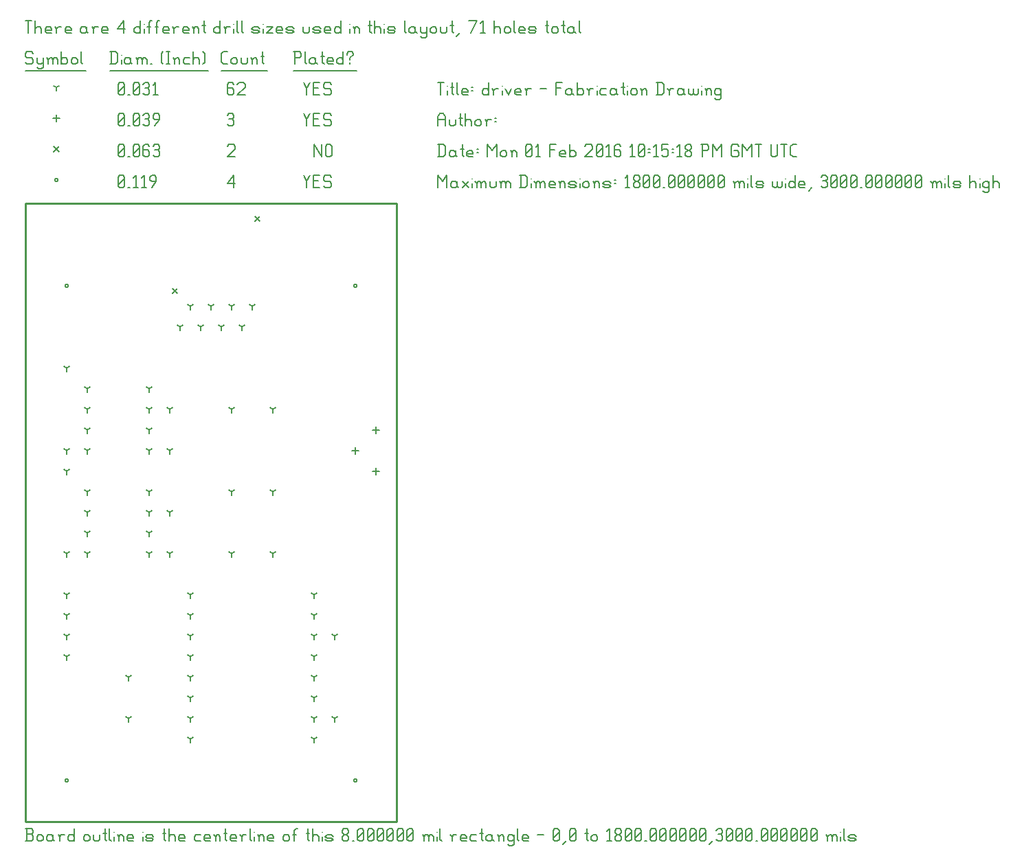
<source format=gbr>
G04 start of page 10 for group -3984 idx -3984 *
G04 Title: driver, fab *
G04 Creator: pcb 20140316 *
G04 CreationDate: Mon 01 Feb 2016 10:15:18 PM GMT UTC *
G04 For: veox *
G04 Format: Gerber/RS-274X *
G04 PCB-Dimensions (mil): 1800.00 3000.00 *
G04 PCB-Coordinate-Origin: lower left *
%MOIN*%
%FSLAX25Y25*%
%LNFAB*%
%ADD53C,0.0100*%
%ADD52C,0.0075*%
%ADD51C,0.0060*%
%ADD50C,0.0080*%
G54D50*X159200Y260000D02*G75*G03X160800Y260000I800J0D01*G01*
G75*G03X159200Y260000I-800J0D01*G01*
X19200D02*G75*G03X20800Y260000I800J0D01*G01*
G75*G03X19200Y260000I-800J0D01*G01*
Y20000D02*G75*G03X20800Y20000I800J0D01*G01*
G75*G03X19200Y20000I-800J0D01*G01*
X159200D02*G75*G03X160800Y20000I800J0D01*G01*
G75*G03X159200Y20000I-800J0D01*G01*
X14200Y311250D02*G75*G03X15800Y311250I800J0D01*G01*
G75*G03X14200Y311250I-800J0D01*G01*
G54D51*X135000Y313500D02*X136500Y310500D01*
X138000Y313500D01*
X136500Y310500D02*Y307500D01*
X139800Y310800D02*X142050D01*
X139800Y307500D02*X142800D01*
X139800Y313500D02*Y307500D01*
Y313500D02*X142800D01*
X147600D02*X148350Y312750D01*
X145350Y313500D02*X147600D01*
X144600Y312750D02*X145350Y313500D01*
X144600Y312750D02*Y311250D01*
X145350Y310500D01*
X147600D01*
X148350Y309750D01*
Y308250D01*
X147600Y307500D02*X148350Y308250D01*
X145350Y307500D02*X147600D01*
X144600Y308250D02*X145350Y307500D01*
X98000Y309750D02*X101000Y313500D01*
X98000Y309750D02*X101750D01*
X101000Y313500D02*Y307500D01*
X45000Y308250D02*X45750Y307500D01*
X45000Y312750D02*Y308250D01*
Y312750D02*X45750Y313500D01*
X47250D01*
X48000Y312750D01*
Y308250D01*
X47250Y307500D02*X48000Y308250D01*
X45750Y307500D02*X47250D01*
X45000Y309000D02*X48000Y312000D01*
X49800Y307500D02*X50550D01*
X52350Y312300D02*X53550Y313500D01*
Y307500D01*
X52350D02*X54600D01*
X56400Y312300D02*X57600Y313500D01*
Y307500D01*
X56400D02*X58650D01*
X61200D02*X63450Y310500D01*
Y312750D02*Y310500D01*
X62700Y313500D02*X63450Y312750D01*
X61200Y313500D02*X62700D01*
X60450Y312750D02*X61200Y313500D01*
X60450Y312750D02*Y311250D01*
X61200Y310500D01*
X63450D01*
X111300Y293700D02*X113700Y291300D01*
X111300D02*X113700Y293700D01*
X71300Y258700D02*X73700Y256300D01*
X71300D02*X73700Y258700D01*
X13800Y327450D02*X16200Y325050D01*
X13800D02*X16200Y327450D01*
X140000Y328500D02*Y322500D01*
Y328500D02*X143750Y322500D01*
Y328500D02*Y322500D01*
X145550Y327750D02*Y323250D01*
Y327750D02*X146300Y328500D01*
X147800D01*
X148550Y327750D01*
Y323250D01*
X147800Y322500D02*X148550Y323250D01*
X146300Y322500D02*X147800D01*
X145550Y323250D02*X146300Y322500D01*
X98000Y327750D02*X98750Y328500D01*
X101000D01*
X101750Y327750D01*
Y326250D01*
X98000Y322500D02*X101750Y326250D01*
X98000Y322500D02*X101750D01*
X45000Y323250D02*X45750Y322500D01*
X45000Y327750D02*Y323250D01*
Y327750D02*X45750Y328500D01*
X47250D01*
X48000Y327750D01*
Y323250D01*
X47250Y322500D02*X48000Y323250D01*
X45750Y322500D02*X47250D01*
X45000Y324000D02*X48000Y327000D01*
X49800Y322500D02*X50550D01*
X52350Y323250D02*X53100Y322500D01*
X52350Y327750D02*Y323250D01*
Y327750D02*X53100Y328500D01*
X54600D01*
X55350Y327750D01*
Y323250D01*
X54600Y322500D02*X55350Y323250D01*
X53100Y322500D02*X54600D01*
X52350Y324000D02*X55350Y327000D01*
X59400Y328500D02*X60150Y327750D01*
X57900Y328500D02*X59400D01*
X57150Y327750D02*X57900Y328500D01*
X57150Y327750D02*Y323250D01*
X57900Y322500D01*
X59400Y325800D02*X60150Y325050D01*
X57150Y325800D02*X59400D01*
X57900Y322500D02*X59400D01*
X60150Y323250D01*
Y325050D02*Y323250D01*
X61950Y327750D02*X62700Y328500D01*
X64200D01*
X64950Y327750D01*
X64200Y322500D02*X64950Y323250D01*
X62700Y322500D02*X64200D01*
X61950Y323250D02*X62700Y322500D01*
Y325800D02*X64200D01*
X64950Y327750D02*Y326550D01*
Y325050D02*Y323250D01*
Y325050D02*X64200Y325800D01*
X64950Y326550D02*X64200Y325800D01*
X170000Y191600D02*Y188400D01*
X168400Y190000D02*X171600D01*
X160000Y181600D02*Y178400D01*
X158400Y180000D02*X161600D01*
X170000Y171600D02*Y168400D01*
X168400Y170000D02*X171600D01*
X15000Y342850D02*Y339650D01*
X13400Y341250D02*X16600D01*
X135000Y343500D02*X136500Y340500D01*
X138000Y343500D01*
X136500Y340500D02*Y337500D01*
X139800Y340800D02*X142050D01*
X139800Y337500D02*X142800D01*
X139800Y343500D02*Y337500D01*
Y343500D02*X142800D01*
X147600D02*X148350Y342750D01*
X145350Y343500D02*X147600D01*
X144600Y342750D02*X145350Y343500D01*
X144600Y342750D02*Y341250D01*
X145350Y340500D01*
X147600D01*
X148350Y339750D01*
Y338250D01*
X147600Y337500D02*X148350Y338250D01*
X145350Y337500D02*X147600D01*
X144600Y338250D02*X145350Y337500D01*
X98000Y342750D02*X98750Y343500D01*
X100250D01*
X101000Y342750D01*
X100250Y337500D02*X101000Y338250D01*
X98750Y337500D02*X100250D01*
X98000Y338250D02*X98750Y337500D01*
Y340800D02*X100250D01*
X101000Y342750D02*Y341550D01*
Y340050D02*Y338250D01*
Y340050D02*X100250Y340800D01*
X101000Y341550D02*X100250Y340800D01*
X45000Y338250D02*X45750Y337500D01*
X45000Y342750D02*Y338250D01*
Y342750D02*X45750Y343500D01*
X47250D01*
X48000Y342750D01*
Y338250D01*
X47250Y337500D02*X48000Y338250D01*
X45750Y337500D02*X47250D01*
X45000Y339000D02*X48000Y342000D01*
X49800Y337500D02*X50550D01*
X52350Y338250D02*X53100Y337500D01*
X52350Y342750D02*Y338250D01*
Y342750D02*X53100Y343500D01*
X54600D01*
X55350Y342750D01*
Y338250D01*
X54600Y337500D02*X55350Y338250D01*
X53100Y337500D02*X54600D01*
X52350Y339000D02*X55350Y342000D01*
X57150Y342750D02*X57900Y343500D01*
X59400D01*
X60150Y342750D01*
X59400Y337500D02*X60150Y338250D01*
X57900Y337500D02*X59400D01*
X57150Y338250D02*X57900Y337500D01*
Y340800D02*X59400D01*
X60150Y342750D02*Y341550D01*
Y340050D02*Y338250D01*
Y340050D02*X59400Y340800D01*
X60150Y341550D02*X59400Y340800D01*
X62700Y337500D02*X64950Y340500D01*
Y342750D02*Y340500D01*
X64200Y343500D02*X64950Y342750D01*
X62700Y343500D02*X64200D01*
X61950Y342750D02*X62700Y343500D01*
X61950Y342750D02*Y341250D01*
X62700Y340500D01*
X64950D01*
X110000Y250000D02*Y248400D01*
Y250000D02*X111387Y250800D01*
X110000Y250000D02*X108613Y250800D01*
X105000Y240000D02*Y238400D01*
Y240000D02*X106387Y240800D01*
X105000Y240000D02*X103613Y240800D01*
X100000Y250000D02*Y248400D01*
Y250000D02*X101387Y250800D01*
X100000Y250000D02*X98613Y250800D01*
X95000Y240000D02*Y238400D01*
Y240000D02*X96387Y240800D01*
X95000Y240000D02*X93613Y240800D01*
X90000Y250000D02*Y248400D01*
Y250000D02*X91387Y250800D01*
X90000Y250000D02*X88613Y250800D01*
X85000Y240000D02*Y238400D01*
Y240000D02*X86387Y240800D01*
X85000Y240000D02*X83613Y240800D01*
X80000Y250000D02*Y248400D01*
Y250000D02*X81387Y250800D01*
X80000Y250000D02*X78613Y250800D01*
X75000Y240000D02*Y238400D01*
Y240000D02*X76387Y240800D01*
X75000Y240000D02*X73613Y240800D01*
X120000Y200000D02*Y198400D01*
Y200000D02*X121387Y200800D01*
X120000Y200000D02*X118613Y200800D01*
X100000Y200000D02*Y198400D01*
Y200000D02*X101387Y200800D01*
X100000Y200000D02*X98613Y200800D01*
X120000Y160000D02*Y158400D01*
Y160000D02*X121387Y160800D01*
X120000Y160000D02*X118613Y160800D01*
X100000Y160000D02*Y158400D01*
Y160000D02*X101387Y160800D01*
X100000Y160000D02*X98613Y160800D01*
X100000Y130000D02*Y128400D01*
Y130000D02*X101387Y130800D01*
X100000Y130000D02*X98613Y130800D01*
X120000Y130000D02*Y128400D01*
Y130000D02*X121387Y130800D01*
X120000Y130000D02*X118613Y130800D01*
X70000Y180000D02*Y178400D01*
Y180000D02*X71387Y180800D01*
X70000Y180000D02*X68613Y180800D01*
X70000Y200000D02*Y198400D01*
Y200000D02*X71387Y200800D01*
X70000Y200000D02*X68613Y200800D01*
X30000Y210000D02*Y208400D01*
Y210000D02*X31387Y210800D01*
X30000Y210000D02*X28613Y210800D01*
X30000Y200000D02*Y198400D01*
Y200000D02*X31387Y200800D01*
X30000Y200000D02*X28613Y200800D01*
X30000Y190000D02*Y188400D01*
Y190000D02*X31387Y190800D01*
X30000Y190000D02*X28613Y190800D01*
X30000Y180000D02*Y178400D01*
Y180000D02*X31387Y180800D01*
X30000Y180000D02*X28613Y180800D01*
X60000Y180000D02*Y178400D01*
Y180000D02*X61387Y180800D01*
X60000Y180000D02*X58613Y180800D01*
X60000Y190000D02*Y188400D01*
Y190000D02*X61387Y190800D01*
X60000Y190000D02*X58613Y190800D01*
X60000Y200000D02*Y198400D01*
Y200000D02*X61387Y200800D01*
X60000Y200000D02*X58613Y200800D01*
X60000Y210000D02*Y208400D01*
Y210000D02*X61387Y210800D01*
X60000Y210000D02*X58613Y210800D01*
X80000Y110000D02*Y108400D01*
Y110000D02*X81387Y110800D01*
X80000Y110000D02*X78613Y110800D01*
X80000Y100000D02*Y98400D01*
Y100000D02*X81387Y100800D01*
X80000Y100000D02*X78613Y100800D01*
X80000Y90000D02*Y88400D01*
Y90000D02*X81387Y90800D01*
X80000Y90000D02*X78613Y90800D01*
X80000Y80000D02*Y78400D01*
Y80000D02*X81387Y80800D01*
X80000Y80000D02*X78613Y80800D01*
X80000Y70000D02*Y68400D01*
Y70000D02*X81387Y70800D01*
X80000Y70000D02*X78613Y70800D01*
X80000Y60000D02*Y58400D01*
Y60000D02*X81387Y60800D01*
X80000Y60000D02*X78613Y60800D01*
X80000Y50000D02*Y48400D01*
Y50000D02*X81387Y50800D01*
X80000Y50000D02*X78613Y50800D01*
X80000Y40000D02*Y38400D01*
Y40000D02*X81387Y40800D01*
X80000Y40000D02*X78613Y40800D01*
X140000Y40000D02*Y38400D01*
Y40000D02*X141387Y40800D01*
X140000Y40000D02*X138613Y40800D01*
X140000Y50000D02*Y48400D01*
Y50000D02*X141387Y50800D01*
X140000Y50000D02*X138613Y50800D01*
X140000Y60000D02*Y58400D01*
Y60000D02*X141387Y60800D01*
X140000Y60000D02*X138613Y60800D01*
X140000Y70000D02*Y68400D01*
Y70000D02*X141387Y70800D01*
X140000Y70000D02*X138613Y70800D01*
X140000Y80000D02*Y78400D01*
Y80000D02*X141387Y80800D01*
X140000Y80000D02*X138613Y80800D01*
X140000Y90000D02*Y88400D01*
Y90000D02*X141387Y90800D01*
X140000Y90000D02*X138613Y90800D01*
X140000Y100000D02*Y98400D01*
Y100000D02*X141387Y100800D01*
X140000Y100000D02*X138613Y100800D01*
X140000Y110000D02*Y108400D01*
Y110000D02*X141387Y110800D01*
X140000Y110000D02*X138613Y110800D01*
X30000Y160000D02*Y158400D01*
Y160000D02*X31387Y160800D01*
X30000Y160000D02*X28613Y160800D01*
X30000Y150000D02*Y148400D01*
Y150000D02*X31387Y150800D01*
X30000Y150000D02*X28613Y150800D01*
X30000Y140000D02*Y138400D01*
Y140000D02*X31387Y140800D01*
X30000Y140000D02*X28613Y140800D01*
X30000Y130000D02*Y128400D01*
Y130000D02*X31387Y130800D01*
X30000Y130000D02*X28613Y130800D01*
X60000Y130000D02*Y128400D01*
Y130000D02*X61387Y130800D01*
X60000Y130000D02*X58613Y130800D01*
X60000Y140000D02*Y138400D01*
Y140000D02*X61387Y140800D01*
X60000Y140000D02*X58613Y140800D01*
X60000Y150000D02*Y148400D01*
Y150000D02*X61387Y150800D01*
X60000Y150000D02*X58613Y150800D01*
X60000Y160000D02*Y158400D01*
Y160000D02*X61387Y160800D01*
X60000Y160000D02*X58613Y160800D01*
X70000Y130000D02*Y128400D01*
Y130000D02*X71387Y130800D01*
X70000Y130000D02*X68613Y130800D01*
X70000Y150000D02*Y148400D01*
Y150000D02*X71387Y150800D01*
X70000Y150000D02*X68613Y150800D01*
X20000Y110000D02*Y108400D01*
Y110000D02*X21387Y110800D01*
X20000Y110000D02*X18613Y110800D01*
X20000Y100000D02*Y98400D01*
Y100000D02*X21387Y100800D01*
X20000Y100000D02*X18613Y100800D01*
X20000Y90000D02*Y88400D01*
Y90000D02*X21387Y90800D01*
X20000Y90000D02*X18613Y90800D01*
X20000Y80000D02*Y78400D01*
Y80000D02*X21387Y80800D01*
X20000Y80000D02*X18613Y80800D01*
X50000Y50000D02*Y48400D01*
Y50000D02*X51387Y50800D01*
X50000Y50000D02*X48613Y50800D01*
X50000Y70000D02*Y68400D01*
Y70000D02*X51387Y70800D01*
X50000Y70000D02*X48613Y70800D01*
X150000Y90000D02*Y88400D01*
Y90000D02*X151387Y90800D01*
X150000Y90000D02*X148613Y90800D01*
X150000Y50000D02*Y48400D01*
Y50000D02*X151387Y50800D01*
X150000Y50000D02*X148613Y50800D01*
X20000Y170000D02*Y168400D01*
Y170000D02*X21387Y170800D01*
X20000Y170000D02*X18613Y170800D01*
X20000Y130000D02*Y128400D01*
Y130000D02*X21387Y130800D01*
X20000Y130000D02*X18613Y130800D01*
X20000Y220000D02*Y218400D01*
Y220000D02*X21387Y220800D01*
X20000Y220000D02*X18613Y220800D01*
X20000Y180000D02*Y178400D01*
Y180000D02*X21387Y180800D01*
X20000Y180000D02*X18613Y180800D01*
X15000Y356250D02*Y354650D01*
Y356250D02*X16387Y357050D01*
X15000Y356250D02*X13613Y357050D01*
X135000Y358500D02*X136500Y355500D01*
X138000Y358500D01*
X136500Y355500D02*Y352500D01*
X139800Y355800D02*X142050D01*
X139800Y352500D02*X142800D01*
X139800Y358500D02*Y352500D01*
Y358500D02*X142800D01*
X147600D02*X148350Y357750D01*
X145350Y358500D02*X147600D01*
X144600Y357750D02*X145350Y358500D01*
X144600Y357750D02*Y356250D01*
X145350Y355500D01*
X147600D01*
X148350Y354750D01*
Y353250D01*
X147600Y352500D02*X148350Y353250D01*
X145350Y352500D02*X147600D01*
X144600Y353250D02*X145350Y352500D01*
X100250Y358500D02*X101000Y357750D01*
X98750Y358500D02*X100250D01*
X98000Y357750D02*X98750Y358500D01*
X98000Y357750D02*Y353250D01*
X98750Y352500D01*
X100250Y355800D02*X101000Y355050D01*
X98000Y355800D02*X100250D01*
X98750Y352500D02*X100250D01*
X101000Y353250D01*
Y355050D02*Y353250D01*
X102800Y357750D02*X103550Y358500D01*
X105800D01*
X106550Y357750D01*
Y356250D01*
X102800Y352500D02*X106550Y356250D01*
X102800Y352500D02*X106550D01*
X45000Y353250D02*X45750Y352500D01*
X45000Y357750D02*Y353250D01*
Y357750D02*X45750Y358500D01*
X47250D01*
X48000Y357750D01*
Y353250D01*
X47250Y352500D02*X48000Y353250D01*
X45750Y352500D02*X47250D01*
X45000Y354000D02*X48000Y357000D01*
X49800Y352500D02*X50550D01*
X52350Y353250D02*X53100Y352500D01*
X52350Y357750D02*Y353250D01*
Y357750D02*X53100Y358500D01*
X54600D01*
X55350Y357750D01*
Y353250D01*
X54600Y352500D02*X55350Y353250D01*
X53100Y352500D02*X54600D01*
X52350Y354000D02*X55350Y357000D01*
X57150Y357750D02*X57900Y358500D01*
X59400D01*
X60150Y357750D01*
X59400Y352500D02*X60150Y353250D01*
X57900Y352500D02*X59400D01*
X57150Y353250D02*X57900Y352500D01*
Y355800D02*X59400D01*
X60150Y357750D02*Y356550D01*
Y355050D02*Y353250D01*
Y355050D02*X59400Y355800D01*
X60150Y356550D02*X59400Y355800D01*
X61950Y357300D02*X63150Y358500D01*
Y352500D01*
X61950D02*X64200D01*
X3000Y373500D02*X3750Y372750D01*
X750Y373500D02*X3000D01*
X0Y372750D02*X750Y373500D01*
X0Y372750D02*Y371250D01*
X750Y370500D01*
X3000D01*
X3750Y369750D01*
Y368250D01*
X3000Y367500D02*X3750Y368250D01*
X750Y367500D02*X3000D01*
X0Y368250D02*X750Y367500D01*
X5550Y370500D02*Y368250D01*
X6300Y367500D01*
X8550Y370500D02*Y366000D01*
X7800Y365250D02*X8550Y366000D01*
X6300Y365250D02*X7800D01*
X5550Y366000D02*X6300Y365250D01*
Y367500D02*X7800D01*
X8550Y368250D01*
X11100Y369750D02*Y367500D01*
Y369750D02*X11850Y370500D01*
X12600D01*
X13350Y369750D01*
Y367500D01*
Y369750D02*X14100Y370500D01*
X14850D01*
X15600Y369750D01*
Y367500D01*
X10350Y370500D02*X11100Y369750D01*
X17400Y373500D02*Y367500D01*
Y368250D02*X18150Y367500D01*
X19650D01*
X20400Y368250D01*
Y369750D02*Y368250D01*
X19650Y370500D02*X20400Y369750D01*
X18150Y370500D02*X19650D01*
X17400Y369750D02*X18150Y370500D01*
X22200Y369750D02*Y368250D01*
Y369750D02*X22950Y370500D01*
X24450D01*
X25200Y369750D01*
Y368250D01*
X24450Y367500D02*X25200Y368250D01*
X22950Y367500D02*X24450D01*
X22200Y368250D02*X22950Y367500D01*
X27000Y373500D02*Y368250D01*
X27750Y367500D01*
X0Y364250D02*X29250D01*
X41750Y373500D02*Y367500D01*
X43700Y373500D02*X44750Y372450D01*
Y368550D01*
X43700Y367500D02*X44750Y368550D01*
X41000Y367500D02*X43700D01*
X41000Y373500D02*X43700D01*
G54D52*X46550Y372000D02*Y371850D01*
G54D51*Y369750D02*Y367500D01*
X50300Y370500D02*X51050Y369750D01*
X48800Y370500D02*X50300D01*
X48050Y369750D02*X48800Y370500D01*
X48050Y369750D02*Y368250D01*
X48800Y367500D01*
X51050Y370500D02*Y368250D01*
X51800Y367500D01*
X48800D02*X50300D01*
X51050Y368250D01*
X54350Y369750D02*Y367500D01*
Y369750D02*X55100Y370500D01*
X55850D01*
X56600Y369750D01*
Y367500D01*
Y369750D02*X57350Y370500D01*
X58100D01*
X58850Y369750D01*
Y367500D01*
X53600Y370500D02*X54350Y369750D01*
X60650Y367500D02*X61400D01*
X65900Y368250D02*X66650Y367500D01*
X65900Y372750D02*X66650Y373500D01*
X65900Y372750D02*Y368250D01*
X68450Y373500D02*X69950D01*
X69200D02*Y367500D01*
X68450D02*X69950D01*
X72500Y369750D02*Y367500D01*
Y369750D02*X73250Y370500D01*
X74000D01*
X74750Y369750D01*
Y367500D01*
X71750Y370500D02*X72500Y369750D01*
X77300Y370500D02*X79550D01*
X76550Y369750D02*X77300Y370500D01*
X76550Y369750D02*Y368250D01*
X77300Y367500D01*
X79550D01*
X81350Y373500D02*Y367500D01*
Y369750D02*X82100Y370500D01*
X83600D01*
X84350Y369750D01*
Y367500D01*
X86150Y373500D02*X86900Y372750D01*
Y368250D01*
X86150Y367500D02*X86900Y368250D01*
X41000Y364250D02*X88700D01*
X96050Y367500D02*X98000D01*
X95000Y368550D02*X96050Y367500D01*
X95000Y372450D02*Y368550D01*
Y372450D02*X96050Y373500D01*
X98000D01*
X99800Y369750D02*Y368250D01*
Y369750D02*X100550Y370500D01*
X102050D01*
X102800Y369750D01*
Y368250D01*
X102050Y367500D02*X102800Y368250D01*
X100550Y367500D02*X102050D01*
X99800Y368250D02*X100550Y367500D01*
X104600Y370500D02*Y368250D01*
X105350Y367500D01*
X106850D01*
X107600Y368250D01*
Y370500D02*Y368250D01*
X110150Y369750D02*Y367500D01*
Y369750D02*X110900Y370500D01*
X111650D01*
X112400Y369750D01*
Y367500D01*
X109400Y370500D02*X110150Y369750D01*
X114950Y373500D02*Y368250D01*
X115700Y367500D01*
X114200Y371250D02*X115700D01*
X95000Y364250D02*X117200D01*
X130750Y373500D02*Y367500D01*
X130000Y373500D02*X133000D01*
X133750Y372750D01*
Y371250D01*
X133000Y370500D02*X133750Y371250D01*
X130750Y370500D02*X133000D01*
X135550Y373500D02*Y368250D01*
X136300Y367500D01*
X140050Y370500D02*X140800Y369750D01*
X138550Y370500D02*X140050D01*
X137800Y369750D02*X138550Y370500D01*
X137800Y369750D02*Y368250D01*
X138550Y367500D01*
X140800Y370500D02*Y368250D01*
X141550Y367500D01*
X138550D02*X140050D01*
X140800Y368250D01*
X144100Y373500D02*Y368250D01*
X144850Y367500D01*
X143350Y371250D02*X144850D01*
X147100Y367500D02*X149350D01*
X146350Y368250D02*X147100Y367500D01*
X146350Y369750D02*Y368250D01*
Y369750D02*X147100Y370500D01*
X148600D01*
X149350Y369750D01*
X146350Y369000D02*X149350D01*
Y369750D02*Y369000D01*
X154150Y373500D02*Y367500D01*
X153400D02*X154150Y368250D01*
X151900Y367500D02*X153400D01*
X151150Y368250D02*X151900Y367500D01*
X151150Y369750D02*Y368250D01*
Y369750D02*X151900Y370500D01*
X153400D01*
X154150Y369750D01*
X157450Y370500D02*Y369750D01*
Y368250D02*Y367500D01*
X155950Y372750D02*Y372000D01*
Y372750D02*X156700Y373500D01*
X158200D01*
X158950Y372750D01*
Y372000D01*
X157450Y370500D02*X158950Y372000D01*
X130000Y364250D02*X160750D01*
X0Y388500D02*X3000D01*
X1500D02*Y382500D01*
X4800Y388500D02*Y382500D01*
Y384750D02*X5550Y385500D01*
X7050D01*
X7800Y384750D01*
Y382500D01*
X10350D02*X12600D01*
X9600Y383250D02*X10350Y382500D01*
X9600Y384750D02*Y383250D01*
Y384750D02*X10350Y385500D01*
X11850D01*
X12600Y384750D01*
X9600Y384000D02*X12600D01*
Y384750D02*Y384000D01*
X15150Y384750D02*Y382500D01*
Y384750D02*X15900Y385500D01*
X17400D01*
X14400D02*X15150Y384750D01*
X19950Y382500D02*X22200D01*
X19200Y383250D02*X19950Y382500D01*
X19200Y384750D02*Y383250D01*
Y384750D02*X19950Y385500D01*
X21450D01*
X22200Y384750D01*
X19200Y384000D02*X22200D01*
Y384750D02*Y384000D01*
X28950Y385500D02*X29700Y384750D01*
X27450Y385500D02*X28950D01*
X26700Y384750D02*X27450Y385500D01*
X26700Y384750D02*Y383250D01*
X27450Y382500D01*
X29700Y385500D02*Y383250D01*
X30450Y382500D01*
X27450D02*X28950D01*
X29700Y383250D01*
X33000Y384750D02*Y382500D01*
Y384750D02*X33750Y385500D01*
X35250D01*
X32250D02*X33000Y384750D01*
X37800Y382500D02*X40050D01*
X37050Y383250D02*X37800Y382500D01*
X37050Y384750D02*Y383250D01*
Y384750D02*X37800Y385500D01*
X39300D01*
X40050Y384750D01*
X37050Y384000D02*X40050D01*
Y384750D02*Y384000D01*
X44550Y384750D02*X47550Y388500D01*
X44550Y384750D02*X48300D01*
X47550Y388500D02*Y382500D01*
X55800Y388500D02*Y382500D01*
X55050D02*X55800Y383250D01*
X53550Y382500D02*X55050D01*
X52800Y383250D02*X53550Y382500D01*
X52800Y384750D02*Y383250D01*
Y384750D02*X53550Y385500D01*
X55050D01*
X55800Y384750D01*
G54D52*X57600Y387000D02*Y386850D01*
G54D51*Y384750D02*Y382500D01*
X59850Y387750D02*Y382500D01*
Y387750D02*X60600Y388500D01*
X61350D01*
X59100Y385500D02*X60600D01*
X63600Y387750D02*Y382500D01*
Y387750D02*X64350Y388500D01*
X65100D01*
X62850Y385500D02*X64350D01*
X67350Y382500D02*X69600D01*
X66600Y383250D02*X67350Y382500D01*
X66600Y384750D02*Y383250D01*
Y384750D02*X67350Y385500D01*
X68850D01*
X69600Y384750D01*
X66600Y384000D02*X69600D01*
Y384750D02*Y384000D01*
X72150Y384750D02*Y382500D01*
Y384750D02*X72900Y385500D01*
X74400D01*
X71400D02*X72150Y384750D01*
X76950Y382500D02*X79200D01*
X76200Y383250D02*X76950Y382500D01*
X76200Y384750D02*Y383250D01*
Y384750D02*X76950Y385500D01*
X78450D01*
X79200Y384750D01*
X76200Y384000D02*X79200D01*
Y384750D02*Y384000D01*
X81750Y384750D02*Y382500D01*
Y384750D02*X82500Y385500D01*
X83250D01*
X84000Y384750D01*
Y382500D01*
X81000Y385500D02*X81750Y384750D01*
X86550Y388500D02*Y383250D01*
X87300Y382500D01*
X85800Y386250D02*X87300D01*
X94500Y388500D02*Y382500D01*
X93750D02*X94500Y383250D01*
X92250Y382500D02*X93750D01*
X91500Y383250D02*X92250Y382500D01*
X91500Y384750D02*Y383250D01*
Y384750D02*X92250Y385500D01*
X93750D01*
X94500Y384750D01*
X97050D02*Y382500D01*
Y384750D02*X97800Y385500D01*
X99300D01*
X96300D02*X97050Y384750D01*
G54D52*X101100Y387000D02*Y386850D01*
G54D51*Y384750D02*Y382500D01*
X102600Y388500D02*Y383250D01*
X103350Y382500D01*
X104850Y388500D02*Y383250D01*
X105600Y382500D01*
X110550D02*X112800D01*
X113550Y383250D01*
X112800Y384000D02*X113550Y383250D01*
X110550Y384000D02*X112800D01*
X109800Y384750D02*X110550Y384000D01*
X109800Y384750D02*X110550Y385500D01*
X112800D01*
X113550Y384750D01*
X109800Y383250D02*X110550Y382500D01*
G54D52*X115350Y387000D02*Y386850D01*
G54D51*Y384750D02*Y382500D01*
X116850Y385500D02*X119850D01*
X116850Y382500D02*X119850Y385500D01*
X116850Y382500D02*X119850D01*
X122400D02*X124650D01*
X121650Y383250D02*X122400Y382500D01*
X121650Y384750D02*Y383250D01*
Y384750D02*X122400Y385500D01*
X123900D01*
X124650Y384750D01*
X121650Y384000D02*X124650D01*
Y384750D02*Y384000D01*
X127200Y382500D02*X129450D01*
X130200Y383250D01*
X129450Y384000D02*X130200Y383250D01*
X127200Y384000D02*X129450D01*
X126450Y384750D02*X127200Y384000D01*
X126450Y384750D02*X127200Y385500D01*
X129450D01*
X130200Y384750D01*
X126450Y383250D02*X127200Y382500D01*
X134700Y385500D02*Y383250D01*
X135450Y382500D01*
X136950D01*
X137700Y383250D01*
Y385500D02*Y383250D01*
X140250Y382500D02*X142500D01*
X143250Y383250D01*
X142500Y384000D02*X143250Y383250D01*
X140250Y384000D02*X142500D01*
X139500Y384750D02*X140250Y384000D01*
X139500Y384750D02*X140250Y385500D01*
X142500D01*
X143250Y384750D01*
X139500Y383250D02*X140250Y382500D01*
X145800D02*X148050D01*
X145050Y383250D02*X145800Y382500D01*
X145050Y384750D02*Y383250D01*
Y384750D02*X145800Y385500D01*
X147300D01*
X148050Y384750D01*
X145050Y384000D02*X148050D01*
Y384750D02*Y384000D01*
X152850Y388500D02*Y382500D01*
X152100D02*X152850Y383250D01*
X150600Y382500D02*X152100D01*
X149850Y383250D02*X150600Y382500D01*
X149850Y384750D02*Y383250D01*
Y384750D02*X150600Y385500D01*
X152100D01*
X152850Y384750D01*
G54D52*X157350Y387000D02*Y386850D01*
G54D51*Y384750D02*Y382500D01*
X159600Y384750D02*Y382500D01*
Y384750D02*X160350Y385500D01*
X161100D01*
X161850Y384750D01*
Y382500D01*
X158850Y385500D02*X159600Y384750D01*
X167100Y388500D02*Y383250D01*
X167850Y382500D01*
X166350Y386250D02*X167850D01*
X169350Y388500D02*Y382500D01*
Y384750D02*X170100Y385500D01*
X171600D01*
X172350Y384750D01*
Y382500D01*
G54D52*X174150Y387000D02*Y386850D01*
G54D51*Y384750D02*Y382500D01*
X176400D02*X178650D01*
X179400Y383250D01*
X178650Y384000D02*X179400Y383250D01*
X176400Y384000D02*X178650D01*
X175650Y384750D02*X176400Y384000D01*
X175650Y384750D02*X176400Y385500D01*
X178650D01*
X179400Y384750D01*
X175650Y383250D02*X176400Y382500D01*
X183900Y388500D02*Y383250D01*
X184650Y382500D01*
X188400Y385500D02*X189150Y384750D01*
X186900Y385500D02*X188400D01*
X186150Y384750D02*X186900Y385500D01*
X186150Y384750D02*Y383250D01*
X186900Y382500D01*
X189150Y385500D02*Y383250D01*
X189900Y382500D01*
X186900D02*X188400D01*
X189150Y383250D01*
X191700Y385500D02*Y383250D01*
X192450Y382500D01*
X194700Y385500D02*Y381000D01*
X193950Y380250D02*X194700Y381000D01*
X192450Y380250D02*X193950D01*
X191700Y381000D02*X192450Y380250D01*
Y382500D02*X193950D01*
X194700Y383250D01*
X196500Y384750D02*Y383250D01*
Y384750D02*X197250Y385500D01*
X198750D01*
X199500Y384750D01*
Y383250D01*
X198750Y382500D02*X199500Y383250D01*
X197250Y382500D02*X198750D01*
X196500Y383250D02*X197250Y382500D01*
X201300Y385500D02*Y383250D01*
X202050Y382500D01*
X203550D01*
X204300Y383250D01*
Y385500D02*Y383250D01*
X206850Y388500D02*Y383250D01*
X207600Y382500D01*
X206100Y386250D02*X207600D01*
X209100Y381000D02*X210600Y382500D01*
X215850D02*X218850Y388500D01*
X215100D02*X218850D01*
X220650Y387300D02*X221850Y388500D01*
Y382500D01*
X220650D02*X222900D01*
X227400Y388500D02*Y382500D01*
Y384750D02*X228150Y385500D01*
X229650D01*
X230400Y384750D01*
Y382500D01*
X232200Y384750D02*Y383250D01*
Y384750D02*X232950Y385500D01*
X234450D01*
X235200Y384750D01*
Y383250D01*
X234450Y382500D02*X235200Y383250D01*
X232950Y382500D02*X234450D01*
X232200Y383250D02*X232950Y382500D01*
X237000Y388500D02*Y383250D01*
X237750Y382500D01*
X240000D02*X242250D01*
X239250Y383250D02*X240000Y382500D01*
X239250Y384750D02*Y383250D01*
Y384750D02*X240000Y385500D01*
X241500D01*
X242250Y384750D01*
X239250Y384000D02*X242250D01*
Y384750D02*Y384000D01*
X244800Y382500D02*X247050D01*
X247800Y383250D01*
X247050Y384000D02*X247800Y383250D01*
X244800Y384000D02*X247050D01*
X244050Y384750D02*X244800Y384000D01*
X244050Y384750D02*X244800Y385500D01*
X247050D01*
X247800Y384750D01*
X244050Y383250D02*X244800Y382500D01*
X253050Y388500D02*Y383250D01*
X253800Y382500D01*
X252300Y386250D02*X253800D01*
X255300Y384750D02*Y383250D01*
Y384750D02*X256050Y385500D01*
X257550D01*
X258300Y384750D01*
Y383250D01*
X257550Y382500D02*X258300Y383250D01*
X256050Y382500D02*X257550D01*
X255300Y383250D02*X256050Y382500D01*
X260850Y388500D02*Y383250D01*
X261600Y382500D01*
X260100Y386250D02*X261600D01*
X265350Y385500D02*X266100Y384750D01*
X263850Y385500D02*X265350D01*
X263100Y384750D02*X263850Y385500D01*
X263100Y384750D02*Y383250D01*
X263850Y382500D01*
X266100Y385500D02*Y383250D01*
X266850Y382500D01*
X263850D02*X265350D01*
X266100Y383250D01*
X268650Y388500D02*Y383250D01*
X269400Y382500D01*
G54D53*X0Y300000D02*X180000D01*
X0D02*Y0D01*
X180000Y300000D02*Y0D01*
X0D02*X180000D01*
G54D51*X200000Y313500D02*Y307500D01*
Y313500D02*X202250Y310500D01*
X204500Y313500D01*
Y307500D01*
X208550Y310500D02*X209300Y309750D01*
X207050Y310500D02*X208550D01*
X206300Y309750D02*X207050Y310500D01*
X206300Y309750D02*Y308250D01*
X207050Y307500D01*
X209300Y310500D02*Y308250D01*
X210050Y307500D01*
X207050D02*X208550D01*
X209300Y308250D01*
X211850Y310500D02*X214850Y307500D01*
X211850D02*X214850Y310500D01*
G54D52*X216650Y312000D02*Y311850D01*
G54D51*Y309750D02*Y307500D01*
X218900Y309750D02*Y307500D01*
Y309750D02*X219650Y310500D01*
X220400D01*
X221150Y309750D01*
Y307500D01*
Y309750D02*X221900Y310500D01*
X222650D01*
X223400Y309750D01*
Y307500D01*
X218150Y310500D02*X218900Y309750D01*
X225200Y310500D02*Y308250D01*
X225950Y307500D01*
X227450D01*
X228200Y308250D01*
Y310500D02*Y308250D01*
X230750Y309750D02*Y307500D01*
Y309750D02*X231500Y310500D01*
X232250D01*
X233000Y309750D01*
Y307500D01*
Y309750D02*X233750Y310500D01*
X234500D01*
X235250Y309750D01*
Y307500D01*
X230000Y310500D02*X230750Y309750D01*
X240500Y313500D02*Y307500D01*
X242450Y313500D02*X243500Y312450D01*
Y308550D01*
X242450Y307500D02*X243500Y308550D01*
X239750Y307500D02*X242450D01*
X239750Y313500D02*X242450D01*
G54D52*X245300Y312000D02*Y311850D01*
G54D51*Y309750D02*Y307500D01*
X247550Y309750D02*Y307500D01*
Y309750D02*X248300Y310500D01*
X249050D01*
X249800Y309750D01*
Y307500D01*
Y309750D02*X250550Y310500D01*
X251300D01*
X252050Y309750D01*
Y307500D01*
X246800Y310500D02*X247550Y309750D01*
X254600Y307500D02*X256850D01*
X253850Y308250D02*X254600Y307500D01*
X253850Y309750D02*Y308250D01*
Y309750D02*X254600Y310500D01*
X256100D01*
X256850Y309750D01*
X253850Y309000D02*X256850D01*
Y309750D02*Y309000D01*
X259400Y309750D02*Y307500D01*
Y309750D02*X260150Y310500D01*
X260900D01*
X261650Y309750D01*
Y307500D01*
X258650Y310500D02*X259400Y309750D01*
X264200Y307500D02*X266450D01*
X267200Y308250D01*
X266450Y309000D02*X267200Y308250D01*
X264200Y309000D02*X266450D01*
X263450Y309750D02*X264200Y309000D01*
X263450Y309750D02*X264200Y310500D01*
X266450D01*
X267200Y309750D01*
X263450Y308250D02*X264200Y307500D01*
G54D52*X269000Y312000D02*Y311850D01*
G54D51*Y309750D02*Y307500D01*
X270500Y309750D02*Y308250D01*
Y309750D02*X271250Y310500D01*
X272750D01*
X273500Y309750D01*
Y308250D01*
X272750Y307500D02*X273500Y308250D01*
X271250Y307500D02*X272750D01*
X270500Y308250D02*X271250Y307500D01*
X276050Y309750D02*Y307500D01*
Y309750D02*X276800Y310500D01*
X277550D01*
X278300Y309750D01*
Y307500D01*
X275300Y310500D02*X276050Y309750D01*
X280850Y307500D02*X283100D01*
X283850Y308250D01*
X283100Y309000D02*X283850Y308250D01*
X280850Y309000D02*X283100D01*
X280100Y309750D02*X280850Y309000D01*
X280100Y309750D02*X280850Y310500D01*
X283100D01*
X283850Y309750D01*
X280100Y308250D02*X280850Y307500D01*
X285650Y311250D02*X286400D01*
X285650Y309750D02*X286400D01*
X290900Y312300D02*X292100Y313500D01*
Y307500D01*
X290900D02*X293150D01*
X294950Y308250D02*X295700Y307500D01*
X294950Y309450D02*Y308250D01*
Y309450D02*X296000Y310500D01*
X296900D01*
X297950Y309450D01*
Y308250D01*
X297200Y307500D02*X297950Y308250D01*
X295700Y307500D02*X297200D01*
X294950Y311550D02*X296000Y310500D01*
X294950Y312750D02*Y311550D01*
Y312750D02*X295700Y313500D01*
X297200D01*
X297950Y312750D01*
Y311550D01*
X296900Y310500D02*X297950Y311550D01*
X299750Y308250D02*X300500Y307500D01*
X299750Y312750D02*Y308250D01*
Y312750D02*X300500Y313500D01*
X302000D01*
X302750Y312750D01*
Y308250D01*
X302000Y307500D02*X302750Y308250D01*
X300500Y307500D02*X302000D01*
X299750Y309000D02*X302750Y312000D01*
X304550Y308250D02*X305300Y307500D01*
X304550Y312750D02*Y308250D01*
Y312750D02*X305300Y313500D01*
X306800D01*
X307550Y312750D01*
Y308250D01*
X306800Y307500D02*X307550Y308250D01*
X305300Y307500D02*X306800D01*
X304550Y309000D02*X307550Y312000D01*
X309350Y307500D02*X310100D01*
X311900Y308250D02*X312650Y307500D01*
X311900Y312750D02*Y308250D01*
Y312750D02*X312650Y313500D01*
X314150D01*
X314900Y312750D01*
Y308250D01*
X314150Y307500D02*X314900Y308250D01*
X312650Y307500D02*X314150D01*
X311900Y309000D02*X314900Y312000D01*
X316700Y308250D02*X317450Y307500D01*
X316700Y312750D02*Y308250D01*
Y312750D02*X317450Y313500D01*
X318950D01*
X319700Y312750D01*
Y308250D01*
X318950Y307500D02*X319700Y308250D01*
X317450Y307500D02*X318950D01*
X316700Y309000D02*X319700Y312000D01*
X321500Y308250D02*X322250Y307500D01*
X321500Y312750D02*Y308250D01*
Y312750D02*X322250Y313500D01*
X323750D01*
X324500Y312750D01*
Y308250D01*
X323750Y307500D02*X324500Y308250D01*
X322250Y307500D02*X323750D01*
X321500Y309000D02*X324500Y312000D01*
X326300Y308250D02*X327050Y307500D01*
X326300Y312750D02*Y308250D01*
Y312750D02*X327050Y313500D01*
X328550D01*
X329300Y312750D01*
Y308250D01*
X328550Y307500D02*X329300Y308250D01*
X327050Y307500D02*X328550D01*
X326300Y309000D02*X329300Y312000D01*
X331100Y308250D02*X331850Y307500D01*
X331100Y312750D02*Y308250D01*
Y312750D02*X331850Y313500D01*
X333350D01*
X334100Y312750D01*
Y308250D01*
X333350Y307500D02*X334100Y308250D01*
X331850Y307500D02*X333350D01*
X331100Y309000D02*X334100Y312000D01*
X335900Y308250D02*X336650Y307500D01*
X335900Y312750D02*Y308250D01*
Y312750D02*X336650Y313500D01*
X338150D01*
X338900Y312750D01*
Y308250D01*
X338150Y307500D02*X338900Y308250D01*
X336650Y307500D02*X338150D01*
X335900Y309000D02*X338900Y312000D01*
X344150Y309750D02*Y307500D01*
Y309750D02*X344900Y310500D01*
X345650D01*
X346400Y309750D01*
Y307500D01*
Y309750D02*X347150Y310500D01*
X347900D01*
X348650Y309750D01*
Y307500D01*
X343400Y310500D02*X344150Y309750D01*
G54D52*X350450Y312000D02*Y311850D01*
G54D51*Y309750D02*Y307500D01*
X351950Y313500D02*Y308250D01*
X352700Y307500D01*
X354950D02*X357200D01*
X357950Y308250D01*
X357200Y309000D02*X357950Y308250D01*
X354950Y309000D02*X357200D01*
X354200Y309750D02*X354950Y309000D01*
X354200Y309750D02*X354950Y310500D01*
X357200D01*
X357950Y309750D01*
X354200Y308250D02*X354950Y307500D01*
X362450Y310500D02*Y308250D01*
X363200Y307500D01*
X363950D01*
X364700Y308250D01*
Y310500D02*Y308250D01*
X365450Y307500D01*
X366200D01*
X366950Y308250D01*
Y310500D02*Y308250D01*
G54D52*X368750Y312000D02*Y311850D01*
G54D51*Y309750D02*Y307500D01*
X373250Y313500D02*Y307500D01*
X372500D02*X373250Y308250D01*
X371000Y307500D02*X372500D01*
X370250Y308250D02*X371000Y307500D01*
X370250Y309750D02*Y308250D01*
Y309750D02*X371000Y310500D01*
X372500D01*
X373250Y309750D01*
X375800Y307500D02*X378050D01*
X375050Y308250D02*X375800Y307500D01*
X375050Y309750D02*Y308250D01*
Y309750D02*X375800Y310500D01*
X377300D01*
X378050Y309750D01*
X375050Y309000D02*X378050D01*
Y309750D02*Y309000D01*
X379850Y306000D02*X381350Y307500D01*
X385850Y312750D02*X386600Y313500D01*
X388100D01*
X388850Y312750D01*
X388100Y307500D02*X388850Y308250D01*
X386600Y307500D02*X388100D01*
X385850Y308250D02*X386600Y307500D01*
Y310800D02*X388100D01*
X388850Y312750D02*Y311550D01*
Y310050D02*Y308250D01*
Y310050D02*X388100Y310800D01*
X388850Y311550D02*X388100Y310800D01*
X390650Y308250D02*X391400Y307500D01*
X390650Y312750D02*Y308250D01*
Y312750D02*X391400Y313500D01*
X392900D01*
X393650Y312750D01*
Y308250D01*
X392900Y307500D02*X393650Y308250D01*
X391400Y307500D02*X392900D01*
X390650Y309000D02*X393650Y312000D01*
X395450Y308250D02*X396200Y307500D01*
X395450Y312750D02*Y308250D01*
Y312750D02*X396200Y313500D01*
X397700D01*
X398450Y312750D01*
Y308250D01*
X397700Y307500D02*X398450Y308250D01*
X396200Y307500D02*X397700D01*
X395450Y309000D02*X398450Y312000D01*
X400250Y308250D02*X401000Y307500D01*
X400250Y312750D02*Y308250D01*
Y312750D02*X401000Y313500D01*
X402500D01*
X403250Y312750D01*
Y308250D01*
X402500Y307500D02*X403250Y308250D01*
X401000Y307500D02*X402500D01*
X400250Y309000D02*X403250Y312000D01*
X405050Y307500D02*X405800D01*
X407600Y308250D02*X408350Y307500D01*
X407600Y312750D02*Y308250D01*
Y312750D02*X408350Y313500D01*
X409850D01*
X410600Y312750D01*
Y308250D01*
X409850Y307500D02*X410600Y308250D01*
X408350Y307500D02*X409850D01*
X407600Y309000D02*X410600Y312000D01*
X412400Y308250D02*X413150Y307500D01*
X412400Y312750D02*Y308250D01*
Y312750D02*X413150Y313500D01*
X414650D01*
X415400Y312750D01*
Y308250D01*
X414650Y307500D02*X415400Y308250D01*
X413150Y307500D02*X414650D01*
X412400Y309000D02*X415400Y312000D01*
X417200Y308250D02*X417950Y307500D01*
X417200Y312750D02*Y308250D01*
Y312750D02*X417950Y313500D01*
X419450D01*
X420200Y312750D01*
Y308250D01*
X419450Y307500D02*X420200Y308250D01*
X417950Y307500D02*X419450D01*
X417200Y309000D02*X420200Y312000D01*
X422000Y308250D02*X422750Y307500D01*
X422000Y312750D02*Y308250D01*
Y312750D02*X422750Y313500D01*
X424250D01*
X425000Y312750D01*
Y308250D01*
X424250Y307500D02*X425000Y308250D01*
X422750Y307500D02*X424250D01*
X422000Y309000D02*X425000Y312000D01*
X426800Y308250D02*X427550Y307500D01*
X426800Y312750D02*Y308250D01*
Y312750D02*X427550Y313500D01*
X429050D01*
X429800Y312750D01*
Y308250D01*
X429050Y307500D02*X429800Y308250D01*
X427550Y307500D02*X429050D01*
X426800Y309000D02*X429800Y312000D01*
X431600Y308250D02*X432350Y307500D01*
X431600Y312750D02*Y308250D01*
Y312750D02*X432350Y313500D01*
X433850D01*
X434600Y312750D01*
Y308250D01*
X433850Y307500D02*X434600Y308250D01*
X432350Y307500D02*X433850D01*
X431600Y309000D02*X434600Y312000D01*
X439850Y309750D02*Y307500D01*
Y309750D02*X440600Y310500D01*
X441350D01*
X442100Y309750D01*
Y307500D01*
Y309750D02*X442850Y310500D01*
X443600D01*
X444350Y309750D01*
Y307500D01*
X439100Y310500D02*X439850Y309750D01*
G54D52*X446150Y312000D02*Y311850D01*
G54D51*Y309750D02*Y307500D01*
X447650Y313500D02*Y308250D01*
X448400Y307500D01*
X450650D02*X452900D01*
X453650Y308250D01*
X452900Y309000D02*X453650Y308250D01*
X450650Y309000D02*X452900D01*
X449900Y309750D02*X450650Y309000D01*
X449900Y309750D02*X450650Y310500D01*
X452900D01*
X453650Y309750D01*
X449900Y308250D02*X450650Y307500D01*
X458150Y313500D02*Y307500D01*
Y309750D02*X458900Y310500D01*
X460400D01*
X461150Y309750D01*
Y307500D01*
G54D52*X462950Y312000D02*Y311850D01*
G54D51*Y309750D02*Y307500D01*
X466700Y310500D02*X467450Y309750D01*
X465200Y310500D02*X466700D01*
X464450Y309750D02*X465200Y310500D01*
X464450Y309750D02*Y308250D01*
X465200Y307500D01*
X466700D01*
X467450Y308250D01*
X464450Y306000D02*X465200Y305250D01*
X466700D01*
X467450Y306000D01*
Y310500D02*Y306000D01*
X469250Y313500D02*Y307500D01*
Y309750D02*X470000Y310500D01*
X471500D01*
X472250Y309750D01*
Y307500D01*
X0Y-9500D02*X3000D01*
X3750Y-8750D01*
Y-6950D02*Y-8750D01*
X3000Y-6200D02*X3750Y-6950D01*
X750Y-6200D02*X3000D01*
X750Y-3500D02*Y-9500D01*
X0Y-3500D02*X3000D01*
X3750Y-4250D01*
Y-5450D01*
X3000Y-6200D02*X3750Y-5450D01*
X5550Y-7250D02*Y-8750D01*
Y-7250D02*X6300Y-6500D01*
X7800D01*
X8550Y-7250D01*
Y-8750D01*
X7800Y-9500D02*X8550Y-8750D01*
X6300Y-9500D02*X7800D01*
X5550Y-8750D02*X6300Y-9500D01*
X12600Y-6500D02*X13350Y-7250D01*
X11100Y-6500D02*X12600D01*
X10350Y-7250D02*X11100Y-6500D01*
X10350Y-7250D02*Y-8750D01*
X11100Y-9500D01*
X13350Y-6500D02*Y-8750D01*
X14100Y-9500D01*
X11100D02*X12600D01*
X13350Y-8750D01*
X16650Y-7250D02*Y-9500D01*
Y-7250D02*X17400Y-6500D01*
X18900D01*
X15900D02*X16650Y-7250D01*
X23700Y-3500D02*Y-9500D01*
X22950D02*X23700Y-8750D01*
X21450Y-9500D02*X22950D01*
X20700Y-8750D02*X21450Y-9500D01*
X20700Y-7250D02*Y-8750D01*
Y-7250D02*X21450Y-6500D01*
X22950D01*
X23700Y-7250D01*
X28200D02*Y-8750D01*
Y-7250D02*X28950Y-6500D01*
X30450D01*
X31200Y-7250D01*
Y-8750D01*
X30450Y-9500D02*X31200Y-8750D01*
X28950Y-9500D02*X30450D01*
X28200Y-8750D02*X28950Y-9500D01*
X33000Y-6500D02*Y-8750D01*
X33750Y-9500D01*
X35250D01*
X36000Y-8750D01*
Y-6500D02*Y-8750D01*
X38550Y-3500D02*Y-8750D01*
X39300Y-9500D01*
X37800Y-5750D02*X39300D01*
X40800Y-3500D02*Y-8750D01*
X41550Y-9500D01*
G54D52*X43050Y-5000D02*Y-5150D01*
G54D51*Y-7250D02*Y-9500D01*
X45300Y-7250D02*Y-9500D01*
Y-7250D02*X46050Y-6500D01*
X46800D01*
X47550Y-7250D01*
Y-9500D01*
X44550Y-6500D02*X45300Y-7250D01*
X50100Y-9500D02*X52350D01*
X49350Y-8750D02*X50100Y-9500D01*
X49350Y-7250D02*Y-8750D01*
Y-7250D02*X50100Y-6500D01*
X51600D01*
X52350Y-7250D01*
X49350Y-8000D02*X52350D01*
Y-7250D02*Y-8000D01*
G54D52*X56850Y-5000D02*Y-5150D01*
G54D51*Y-7250D02*Y-9500D01*
X59100D02*X61350D01*
X62100Y-8750D01*
X61350Y-8000D02*X62100Y-8750D01*
X59100Y-8000D02*X61350D01*
X58350Y-7250D02*X59100Y-8000D01*
X58350Y-7250D02*X59100Y-6500D01*
X61350D01*
X62100Y-7250D01*
X58350Y-8750D02*X59100Y-9500D01*
X67350Y-3500D02*Y-8750D01*
X68100Y-9500D01*
X66600Y-5750D02*X68100D01*
X69600Y-3500D02*Y-9500D01*
Y-7250D02*X70350Y-6500D01*
X71850D01*
X72600Y-7250D01*
Y-9500D01*
X75150D02*X77400D01*
X74400Y-8750D02*X75150Y-9500D01*
X74400Y-7250D02*Y-8750D01*
Y-7250D02*X75150Y-6500D01*
X76650D01*
X77400Y-7250D01*
X74400Y-8000D02*X77400D01*
Y-7250D02*Y-8000D01*
X82650Y-6500D02*X84900D01*
X81900Y-7250D02*X82650Y-6500D01*
X81900Y-7250D02*Y-8750D01*
X82650Y-9500D01*
X84900D01*
X87450D02*X89700D01*
X86700Y-8750D02*X87450Y-9500D01*
X86700Y-7250D02*Y-8750D01*
Y-7250D02*X87450Y-6500D01*
X88950D01*
X89700Y-7250D01*
X86700Y-8000D02*X89700D01*
Y-7250D02*Y-8000D01*
X92250Y-7250D02*Y-9500D01*
Y-7250D02*X93000Y-6500D01*
X93750D01*
X94500Y-7250D01*
Y-9500D01*
X91500Y-6500D02*X92250Y-7250D01*
X97050Y-3500D02*Y-8750D01*
X97800Y-9500D01*
X96300Y-5750D02*X97800D01*
X100050Y-9500D02*X102300D01*
X99300Y-8750D02*X100050Y-9500D01*
X99300Y-7250D02*Y-8750D01*
Y-7250D02*X100050Y-6500D01*
X101550D01*
X102300Y-7250D01*
X99300Y-8000D02*X102300D01*
Y-7250D02*Y-8000D01*
X104850Y-7250D02*Y-9500D01*
Y-7250D02*X105600Y-6500D01*
X107100D01*
X104100D02*X104850Y-7250D01*
X108900Y-3500D02*Y-8750D01*
X109650Y-9500D01*
G54D52*X111150Y-5000D02*Y-5150D01*
G54D51*Y-7250D02*Y-9500D01*
X113400Y-7250D02*Y-9500D01*
Y-7250D02*X114150Y-6500D01*
X114900D01*
X115650Y-7250D01*
Y-9500D01*
X112650Y-6500D02*X113400Y-7250D01*
X118200Y-9500D02*X120450D01*
X117450Y-8750D02*X118200Y-9500D01*
X117450Y-7250D02*Y-8750D01*
Y-7250D02*X118200Y-6500D01*
X119700D01*
X120450Y-7250D01*
X117450Y-8000D02*X120450D01*
Y-7250D02*Y-8000D01*
X124950Y-7250D02*Y-8750D01*
Y-7250D02*X125700Y-6500D01*
X127200D01*
X127950Y-7250D01*
Y-8750D01*
X127200Y-9500D02*X127950Y-8750D01*
X125700Y-9500D02*X127200D01*
X124950Y-8750D02*X125700Y-9500D01*
X130500Y-4250D02*Y-9500D01*
Y-4250D02*X131250Y-3500D01*
X132000D01*
X129750Y-6500D02*X131250D01*
X136950Y-3500D02*Y-8750D01*
X137700Y-9500D01*
X136200Y-5750D02*X137700D01*
X139200Y-3500D02*Y-9500D01*
Y-7250D02*X139950Y-6500D01*
X141450D01*
X142200Y-7250D01*
Y-9500D01*
G54D52*X144000Y-5000D02*Y-5150D01*
G54D51*Y-7250D02*Y-9500D01*
X146250D02*X148500D01*
X149250Y-8750D01*
X148500Y-8000D02*X149250Y-8750D01*
X146250Y-8000D02*X148500D01*
X145500Y-7250D02*X146250Y-8000D01*
X145500Y-7250D02*X146250Y-6500D01*
X148500D01*
X149250Y-7250D01*
X145500Y-8750D02*X146250Y-9500D01*
X153750Y-8750D02*X154500Y-9500D01*
X153750Y-7550D02*Y-8750D01*
Y-7550D02*X154800Y-6500D01*
X155700D01*
X156750Y-7550D01*
Y-8750D01*
X156000Y-9500D02*X156750Y-8750D01*
X154500Y-9500D02*X156000D01*
X153750Y-5450D02*X154800Y-6500D01*
X153750Y-4250D02*Y-5450D01*
Y-4250D02*X154500Y-3500D01*
X156000D01*
X156750Y-4250D01*
Y-5450D01*
X155700Y-6500D02*X156750Y-5450D01*
X158550Y-9500D02*X159300D01*
X161100Y-8750D02*X161850Y-9500D01*
X161100Y-4250D02*Y-8750D01*
Y-4250D02*X161850Y-3500D01*
X163350D01*
X164100Y-4250D01*
Y-8750D01*
X163350Y-9500D02*X164100Y-8750D01*
X161850Y-9500D02*X163350D01*
X161100Y-8000D02*X164100Y-5000D01*
X165900Y-8750D02*X166650Y-9500D01*
X165900Y-4250D02*Y-8750D01*
Y-4250D02*X166650Y-3500D01*
X168150D01*
X168900Y-4250D01*
Y-8750D01*
X168150Y-9500D02*X168900Y-8750D01*
X166650Y-9500D02*X168150D01*
X165900Y-8000D02*X168900Y-5000D01*
X170700Y-8750D02*X171450Y-9500D01*
X170700Y-4250D02*Y-8750D01*
Y-4250D02*X171450Y-3500D01*
X172950D01*
X173700Y-4250D01*
Y-8750D01*
X172950Y-9500D02*X173700Y-8750D01*
X171450Y-9500D02*X172950D01*
X170700Y-8000D02*X173700Y-5000D01*
X175500Y-8750D02*X176250Y-9500D01*
X175500Y-4250D02*Y-8750D01*
Y-4250D02*X176250Y-3500D01*
X177750D01*
X178500Y-4250D01*
Y-8750D01*
X177750Y-9500D02*X178500Y-8750D01*
X176250Y-9500D02*X177750D01*
X175500Y-8000D02*X178500Y-5000D01*
X180300Y-8750D02*X181050Y-9500D01*
X180300Y-4250D02*Y-8750D01*
Y-4250D02*X181050Y-3500D01*
X182550D01*
X183300Y-4250D01*
Y-8750D01*
X182550Y-9500D02*X183300Y-8750D01*
X181050Y-9500D02*X182550D01*
X180300Y-8000D02*X183300Y-5000D01*
X185100Y-8750D02*X185850Y-9500D01*
X185100Y-4250D02*Y-8750D01*
Y-4250D02*X185850Y-3500D01*
X187350D01*
X188100Y-4250D01*
Y-8750D01*
X187350Y-9500D02*X188100Y-8750D01*
X185850Y-9500D02*X187350D01*
X185100Y-8000D02*X188100Y-5000D01*
X193350Y-7250D02*Y-9500D01*
Y-7250D02*X194100Y-6500D01*
X194850D01*
X195600Y-7250D01*
Y-9500D01*
Y-7250D02*X196350Y-6500D01*
X197100D01*
X197850Y-7250D01*
Y-9500D01*
X192600Y-6500D02*X193350Y-7250D01*
G54D52*X199650Y-5000D02*Y-5150D01*
G54D51*Y-7250D02*Y-9500D01*
X201150Y-3500D02*Y-8750D01*
X201900Y-9500D01*
X206850Y-7250D02*Y-9500D01*
Y-7250D02*X207600Y-6500D01*
X209100D01*
X206100D02*X206850Y-7250D01*
X211650Y-9500D02*X213900D01*
X210900Y-8750D02*X211650Y-9500D01*
X210900Y-7250D02*Y-8750D01*
Y-7250D02*X211650Y-6500D01*
X213150D01*
X213900Y-7250D01*
X210900Y-8000D02*X213900D01*
Y-7250D02*Y-8000D01*
X216450Y-6500D02*X218700D01*
X215700Y-7250D02*X216450Y-6500D01*
X215700Y-7250D02*Y-8750D01*
X216450Y-9500D01*
X218700D01*
X221250Y-3500D02*Y-8750D01*
X222000Y-9500D01*
X220500Y-5750D02*X222000D01*
X225750Y-6500D02*X226500Y-7250D01*
X224250Y-6500D02*X225750D01*
X223500Y-7250D02*X224250Y-6500D01*
X223500Y-7250D02*Y-8750D01*
X224250Y-9500D01*
X226500Y-6500D02*Y-8750D01*
X227250Y-9500D01*
X224250D02*X225750D01*
X226500Y-8750D01*
X229800Y-7250D02*Y-9500D01*
Y-7250D02*X230550Y-6500D01*
X231300D01*
X232050Y-7250D01*
Y-9500D01*
X229050Y-6500D02*X229800Y-7250D01*
X236100Y-6500D02*X236850Y-7250D01*
X234600Y-6500D02*X236100D01*
X233850Y-7250D02*X234600Y-6500D01*
X233850Y-7250D02*Y-8750D01*
X234600Y-9500D01*
X236100D01*
X236850Y-8750D01*
X233850Y-11000D02*X234600Y-11750D01*
X236100D01*
X236850Y-11000D01*
Y-6500D02*Y-11000D01*
X238650Y-3500D02*Y-8750D01*
X239400Y-9500D01*
X241650D02*X243900D01*
X240900Y-8750D02*X241650Y-9500D01*
X240900Y-7250D02*Y-8750D01*
Y-7250D02*X241650Y-6500D01*
X243150D01*
X243900Y-7250D01*
X240900Y-8000D02*X243900D01*
Y-7250D02*Y-8000D01*
X248400Y-6500D02*X251400D01*
X255900Y-8750D02*X256650Y-9500D01*
X255900Y-4250D02*Y-8750D01*
Y-4250D02*X256650Y-3500D01*
X258150D01*
X258900Y-4250D01*
Y-8750D01*
X258150Y-9500D02*X258900Y-8750D01*
X256650Y-9500D02*X258150D01*
X255900Y-8000D02*X258900Y-5000D01*
X260700Y-11000D02*X262200Y-9500D01*
X264000Y-8750D02*X264750Y-9500D01*
X264000Y-4250D02*Y-8750D01*
Y-4250D02*X264750Y-3500D01*
X266250D01*
X267000Y-4250D01*
Y-8750D01*
X266250Y-9500D02*X267000Y-8750D01*
X264750Y-9500D02*X266250D01*
X264000Y-8000D02*X267000Y-5000D01*
X272250Y-3500D02*Y-8750D01*
X273000Y-9500D01*
X271500Y-5750D02*X273000D01*
X274500Y-7250D02*Y-8750D01*
Y-7250D02*X275250Y-6500D01*
X276750D01*
X277500Y-7250D01*
Y-8750D01*
X276750Y-9500D02*X277500Y-8750D01*
X275250Y-9500D02*X276750D01*
X274500Y-8750D02*X275250Y-9500D01*
X282000Y-4700D02*X283200Y-3500D01*
Y-9500D01*
X282000D02*X284250D01*
X286050Y-8750D02*X286800Y-9500D01*
X286050Y-7550D02*Y-8750D01*
Y-7550D02*X287100Y-6500D01*
X288000D01*
X289050Y-7550D01*
Y-8750D01*
X288300Y-9500D02*X289050Y-8750D01*
X286800Y-9500D02*X288300D01*
X286050Y-5450D02*X287100Y-6500D01*
X286050Y-4250D02*Y-5450D01*
Y-4250D02*X286800Y-3500D01*
X288300D01*
X289050Y-4250D01*
Y-5450D01*
X288000Y-6500D02*X289050Y-5450D01*
X290850Y-8750D02*X291600Y-9500D01*
X290850Y-4250D02*Y-8750D01*
Y-4250D02*X291600Y-3500D01*
X293100D01*
X293850Y-4250D01*
Y-8750D01*
X293100Y-9500D02*X293850Y-8750D01*
X291600Y-9500D02*X293100D01*
X290850Y-8000D02*X293850Y-5000D01*
X295650Y-8750D02*X296400Y-9500D01*
X295650Y-4250D02*Y-8750D01*
Y-4250D02*X296400Y-3500D01*
X297900D01*
X298650Y-4250D01*
Y-8750D01*
X297900Y-9500D02*X298650Y-8750D01*
X296400Y-9500D02*X297900D01*
X295650Y-8000D02*X298650Y-5000D01*
X300450Y-9500D02*X301200D01*
X303000Y-8750D02*X303750Y-9500D01*
X303000Y-4250D02*Y-8750D01*
Y-4250D02*X303750Y-3500D01*
X305250D01*
X306000Y-4250D01*
Y-8750D01*
X305250Y-9500D02*X306000Y-8750D01*
X303750Y-9500D02*X305250D01*
X303000Y-8000D02*X306000Y-5000D01*
X307800Y-8750D02*X308550Y-9500D01*
X307800Y-4250D02*Y-8750D01*
Y-4250D02*X308550Y-3500D01*
X310050D01*
X310800Y-4250D01*
Y-8750D01*
X310050Y-9500D02*X310800Y-8750D01*
X308550Y-9500D02*X310050D01*
X307800Y-8000D02*X310800Y-5000D01*
X312600Y-8750D02*X313350Y-9500D01*
X312600Y-4250D02*Y-8750D01*
Y-4250D02*X313350Y-3500D01*
X314850D01*
X315600Y-4250D01*
Y-8750D01*
X314850Y-9500D02*X315600Y-8750D01*
X313350Y-9500D02*X314850D01*
X312600Y-8000D02*X315600Y-5000D01*
X317400Y-8750D02*X318150Y-9500D01*
X317400Y-4250D02*Y-8750D01*
Y-4250D02*X318150Y-3500D01*
X319650D01*
X320400Y-4250D01*
Y-8750D01*
X319650Y-9500D02*X320400Y-8750D01*
X318150Y-9500D02*X319650D01*
X317400Y-8000D02*X320400Y-5000D01*
X322200Y-8750D02*X322950Y-9500D01*
X322200Y-4250D02*Y-8750D01*
Y-4250D02*X322950Y-3500D01*
X324450D01*
X325200Y-4250D01*
Y-8750D01*
X324450Y-9500D02*X325200Y-8750D01*
X322950Y-9500D02*X324450D01*
X322200Y-8000D02*X325200Y-5000D01*
X327000Y-8750D02*X327750Y-9500D01*
X327000Y-4250D02*Y-8750D01*
Y-4250D02*X327750Y-3500D01*
X329250D01*
X330000Y-4250D01*
Y-8750D01*
X329250Y-9500D02*X330000Y-8750D01*
X327750Y-9500D02*X329250D01*
X327000Y-8000D02*X330000Y-5000D01*
X331800Y-11000D02*X333300Y-9500D01*
X335100Y-4250D02*X335850Y-3500D01*
X337350D01*
X338100Y-4250D01*
X337350Y-9500D02*X338100Y-8750D01*
X335850Y-9500D02*X337350D01*
X335100Y-8750D02*X335850Y-9500D01*
Y-6200D02*X337350D01*
X338100Y-4250D02*Y-5450D01*
Y-6950D02*Y-8750D01*
Y-6950D02*X337350Y-6200D01*
X338100Y-5450D02*X337350Y-6200D01*
X339900Y-8750D02*X340650Y-9500D01*
X339900Y-4250D02*Y-8750D01*
Y-4250D02*X340650Y-3500D01*
X342150D01*
X342900Y-4250D01*
Y-8750D01*
X342150Y-9500D02*X342900Y-8750D01*
X340650Y-9500D02*X342150D01*
X339900Y-8000D02*X342900Y-5000D01*
X344700Y-8750D02*X345450Y-9500D01*
X344700Y-4250D02*Y-8750D01*
Y-4250D02*X345450Y-3500D01*
X346950D01*
X347700Y-4250D01*
Y-8750D01*
X346950Y-9500D02*X347700Y-8750D01*
X345450Y-9500D02*X346950D01*
X344700Y-8000D02*X347700Y-5000D01*
X349500Y-8750D02*X350250Y-9500D01*
X349500Y-4250D02*Y-8750D01*
Y-4250D02*X350250Y-3500D01*
X351750D01*
X352500Y-4250D01*
Y-8750D01*
X351750Y-9500D02*X352500Y-8750D01*
X350250Y-9500D02*X351750D01*
X349500Y-8000D02*X352500Y-5000D01*
X354300Y-9500D02*X355050D01*
X356850Y-8750D02*X357600Y-9500D01*
X356850Y-4250D02*Y-8750D01*
Y-4250D02*X357600Y-3500D01*
X359100D01*
X359850Y-4250D01*
Y-8750D01*
X359100Y-9500D02*X359850Y-8750D01*
X357600Y-9500D02*X359100D01*
X356850Y-8000D02*X359850Y-5000D01*
X361650Y-8750D02*X362400Y-9500D01*
X361650Y-4250D02*Y-8750D01*
Y-4250D02*X362400Y-3500D01*
X363900D01*
X364650Y-4250D01*
Y-8750D01*
X363900Y-9500D02*X364650Y-8750D01*
X362400Y-9500D02*X363900D01*
X361650Y-8000D02*X364650Y-5000D01*
X366450Y-8750D02*X367200Y-9500D01*
X366450Y-4250D02*Y-8750D01*
Y-4250D02*X367200Y-3500D01*
X368700D01*
X369450Y-4250D01*
Y-8750D01*
X368700Y-9500D02*X369450Y-8750D01*
X367200Y-9500D02*X368700D01*
X366450Y-8000D02*X369450Y-5000D01*
X371250Y-8750D02*X372000Y-9500D01*
X371250Y-4250D02*Y-8750D01*
Y-4250D02*X372000Y-3500D01*
X373500D01*
X374250Y-4250D01*
Y-8750D01*
X373500Y-9500D02*X374250Y-8750D01*
X372000Y-9500D02*X373500D01*
X371250Y-8000D02*X374250Y-5000D01*
X376050Y-8750D02*X376800Y-9500D01*
X376050Y-4250D02*Y-8750D01*
Y-4250D02*X376800Y-3500D01*
X378300D01*
X379050Y-4250D01*
Y-8750D01*
X378300Y-9500D02*X379050Y-8750D01*
X376800Y-9500D02*X378300D01*
X376050Y-8000D02*X379050Y-5000D01*
X380850Y-8750D02*X381600Y-9500D01*
X380850Y-4250D02*Y-8750D01*
Y-4250D02*X381600Y-3500D01*
X383100D01*
X383850Y-4250D01*
Y-8750D01*
X383100Y-9500D02*X383850Y-8750D01*
X381600Y-9500D02*X383100D01*
X380850Y-8000D02*X383850Y-5000D01*
X389100Y-7250D02*Y-9500D01*
Y-7250D02*X389850Y-6500D01*
X390600D01*
X391350Y-7250D01*
Y-9500D01*
Y-7250D02*X392100Y-6500D01*
X392850D01*
X393600Y-7250D01*
Y-9500D01*
X388350Y-6500D02*X389100Y-7250D01*
G54D52*X395400Y-5000D02*Y-5150D01*
G54D51*Y-7250D02*Y-9500D01*
X396900Y-3500D02*Y-8750D01*
X397650Y-9500D01*
X399900D02*X402150D01*
X402900Y-8750D01*
X402150Y-8000D02*X402900Y-8750D01*
X399900Y-8000D02*X402150D01*
X399150Y-7250D02*X399900Y-8000D01*
X399150Y-7250D02*X399900Y-6500D01*
X402150D01*
X402900Y-7250D01*
X399150Y-8750D02*X399900Y-9500D01*
X200750Y328500D02*Y322500D01*
X202700Y328500D02*X203750Y327450D01*
Y323550D01*
X202700Y322500D02*X203750Y323550D01*
X200000Y322500D02*X202700D01*
X200000Y328500D02*X202700D01*
X207800Y325500D02*X208550Y324750D01*
X206300Y325500D02*X207800D01*
X205550Y324750D02*X206300Y325500D01*
X205550Y324750D02*Y323250D01*
X206300Y322500D01*
X208550Y325500D02*Y323250D01*
X209300Y322500D01*
X206300D02*X207800D01*
X208550Y323250D01*
X211850Y328500D02*Y323250D01*
X212600Y322500D01*
X211100Y326250D02*X212600D01*
X214850Y322500D02*X217100D01*
X214100Y323250D02*X214850Y322500D01*
X214100Y324750D02*Y323250D01*
Y324750D02*X214850Y325500D01*
X216350D01*
X217100Y324750D01*
X214100Y324000D02*X217100D01*
Y324750D02*Y324000D01*
X218900Y326250D02*X219650D01*
X218900Y324750D02*X219650D01*
X224150Y328500D02*Y322500D01*
Y328500D02*X226400Y325500D01*
X228650Y328500D01*
Y322500D01*
X230450Y324750D02*Y323250D01*
Y324750D02*X231200Y325500D01*
X232700D01*
X233450Y324750D01*
Y323250D01*
X232700Y322500D02*X233450Y323250D01*
X231200Y322500D02*X232700D01*
X230450Y323250D02*X231200Y322500D01*
X236000Y324750D02*Y322500D01*
Y324750D02*X236750Y325500D01*
X237500D01*
X238250Y324750D01*
Y322500D01*
X235250Y325500D02*X236000Y324750D01*
X242750Y323250D02*X243500Y322500D01*
X242750Y327750D02*Y323250D01*
Y327750D02*X243500Y328500D01*
X245000D01*
X245750Y327750D01*
Y323250D01*
X245000Y322500D02*X245750Y323250D01*
X243500Y322500D02*X245000D01*
X242750Y324000D02*X245750Y327000D01*
X247550Y327300D02*X248750Y328500D01*
Y322500D01*
X247550D02*X249800D01*
X254300Y328500D02*Y322500D01*
Y328500D02*X257300D01*
X254300Y325800D02*X256550D01*
X259850Y322500D02*X262100D01*
X259100Y323250D02*X259850Y322500D01*
X259100Y324750D02*Y323250D01*
Y324750D02*X259850Y325500D01*
X261350D01*
X262100Y324750D01*
X259100Y324000D02*X262100D01*
Y324750D02*Y324000D01*
X263900Y328500D02*Y322500D01*
Y323250D02*X264650Y322500D01*
X266150D01*
X266900Y323250D01*
Y324750D02*Y323250D01*
X266150Y325500D02*X266900Y324750D01*
X264650Y325500D02*X266150D01*
X263900Y324750D02*X264650Y325500D01*
X271400Y327750D02*X272150Y328500D01*
X274400D01*
X275150Y327750D01*
Y326250D01*
X271400Y322500D02*X275150Y326250D01*
X271400Y322500D02*X275150D01*
X276950Y323250D02*X277700Y322500D01*
X276950Y327750D02*Y323250D01*
Y327750D02*X277700Y328500D01*
X279200D01*
X279950Y327750D01*
Y323250D01*
X279200Y322500D02*X279950Y323250D01*
X277700Y322500D02*X279200D01*
X276950Y324000D02*X279950Y327000D01*
X281750Y327300D02*X282950Y328500D01*
Y322500D01*
X281750D02*X284000D01*
X288050Y328500D02*X288800Y327750D01*
X286550Y328500D02*X288050D01*
X285800Y327750D02*X286550Y328500D01*
X285800Y327750D02*Y323250D01*
X286550Y322500D01*
X288050Y325800D02*X288800Y325050D01*
X285800Y325800D02*X288050D01*
X286550Y322500D02*X288050D01*
X288800Y323250D01*
Y325050D02*Y323250D01*
X293300Y327300D02*X294500Y328500D01*
Y322500D01*
X293300D02*X295550D01*
X297350Y323250D02*X298100Y322500D01*
X297350Y327750D02*Y323250D01*
Y327750D02*X298100Y328500D01*
X299600D01*
X300350Y327750D01*
Y323250D01*
X299600Y322500D02*X300350Y323250D01*
X298100Y322500D02*X299600D01*
X297350Y324000D02*X300350Y327000D01*
X302150Y326250D02*X302900D01*
X302150Y324750D02*X302900D01*
X304700Y327300D02*X305900Y328500D01*
Y322500D01*
X304700D02*X306950D01*
X308750Y328500D02*X311750D01*
X308750D02*Y325500D01*
X309500Y326250D01*
X311000D01*
X311750Y325500D01*
Y323250D01*
X311000Y322500D02*X311750Y323250D01*
X309500Y322500D02*X311000D01*
X308750Y323250D02*X309500Y322500D01*
X313550Y326250D02*X314300D01*
X313550Y324750D02*X314300D01*
X316100Y327300D02*X317300Y328500D01*
Y322500D01*
X316100D02*X318350D01*
X320150Y323250D02*X320900Y322500D01*
X320150Y324450D02*Y323250D01*
Y324450D02*X321200Y325500D01*
X322100D01*
X323150Y324450D01*
Y323250D01*
X322400Y322500D02*X323150Y323250D01*
X320900Y322500D02*X322400D01*
X320150Y326550D02*X321200Y325500D01*
X320150Y327750D02*Y326550D01*
Y327750D02*X320900Y328500D01*
X322400D01*
X323150Y327750D01*
Y326550D01*
X322100Y325500D02*X323150Y326550D01*
X328400Y328500D02*Y322500D01*
X327650Y328500D02*X330650D01*
X331400Y327750D01*
Y326250D01*
X330650Y325500D02*X331400Y326250D01*
X328400Y325500D02*X330650D01*
X333200Y328500D02*Y322500D01*
Y328500D02*X335450Y325500D01*
X337700Y328500D01*
Y322500D01*
X345200Y328500D02*X345950Y327750D01*
X342950Y328500D02*X345200D01*
X342200Y327750D02*X342950Y328500D01*
X342200Y327750D02*Y323250D01*
X342950Y322500D01*
X345200D01*
X345950Y323250D01*
Y324750D02*Y323250D01*
X345200Y325500D02*X345950Y324750D01*
X343700Y325500D02*X345200D01*
X347750Y328500D02*Y322500D01*
Y328500D02*X350000Y325500D01*
X352250Y328500D01*
Y322500D01*
X354050Y328500D02*X357050D01*
X355550D02*Y322500D01*
X361550Y328500D02*Y323250D01*
X362300Y322500D01*
X363800D01*
X364550Y323250D01*
Y328500D02*Y323250D01*
X366350Y328500D02*X369350D01*
X367850D02*Y322500D01*
X372200D02*X374150D01*
X371150Y323550D02*X372200Y322500D01*
X371150Y327450D02*Y323550D01*
Y327450D02*X372200Y328500D01*
X374150D01*
X200000Y342000D02*Y337500D01*
Y342000D02*X201050Y343500D01*
X202700D01*
X203750Y342000D01*
Y337500D01*
X200000Y340500D02*X203750D01*
X205550D02*Y338250D01*
X206300Y337500D01*
X207800D01*
X208550Y338250D01*
Y340500D02*Y338250D01*
X211100Y343500D02*Y338250D01*
X211850Y337500D01*
X210350Y341250D02*X211850D01*
X213350Y343500D02*Y337500D01*
Y339750D02*X214100Y340500D01*
X215600D01*
X216350Y339750D01*
Y337500D01*
X218150Y339750D02*Y338250D01*
Y339750D02*X218900Y340500D01*
X220400D01*
X221150Y339750D01*
Y338250D01*
X220400Y337500D02*X221150Y338250D01*
X218900Y337500D02*X220400D01*
X218150Y338250D02*X218900Y337500D01*
X223700Y339750D02*Y337500D01*
Y339750D02*X224450Y340500D01*
X225950D01*
X222950D02*X223700Y339750D01*
X227750Y341250D02*X228500D01*
X227750Y339750D02*X228500D01*
X200000Y358500D02*X203000D01*
X201500D02*Y352500D01*
G54D52*X204800Y357000D02*Y356850D01*
G54D51*Y354750D02*Y352500D01*
X207050Y358500D02*Y353250D01*
X207800Y352500D01*
X206300Y356250D02*X207800D01*
X209300Y358500D02*Y353250D01*
X210050Y352500D01*
X212300D02*X214550D01*
X211550Y353250D02*X212300Y352500D01*
X211550Y354750D02*Y353250D01*
Y354750D02*X212300Y355500D01*
X213800D01*
X214550Y354750D01*
X211550Y354000D02*X214550D01*
Y354750D02*Y354000D01*
X216350Y356250D02*X217100D01*
X216350Y354750D02*X217100D01*
X224600Y358500D02*Y352500D01*
X223850D02*X224600Y353250D01*
X222350Y352500D02*X223850D01*
X221600Y353250D02*X222350Y352500D01*
X221600Y354750D02*Y353250D01*
Y354750D02*X222350Y355500D01*
X223850D01*
X224600Y354750D01*
X227150D02*Y352500D01*
Y354750D02*X227900Y355500D01*
X229400D01*
X226400D02*X227150Y354750D01*
G54D52*X231200Y357000D02*Y356850D01*
G54D51*Y354750D02*Y352500D01*
X232700Y355500D02*X234200Y352500D01*
X235700Y355500D02*X234200Y352500D01*
X238250D02*X240500D01*
X237500Y353250D02*X238250Y352500D01*
X237500Y354750D02*Y353250D01*
Y354750D02*X238250Y355500D01*
X239750D01*
X240500Y354750D01*
X237500Y354000D02*X240500D01*
Y354750D02*Y354000D01*
X243050Y354750D02*Y352500D01*
Y354750D02*X243800Y355500D01*
X245300D01*
X242300D02*X243050Y354750D01*
X249800Y355500D02*X252800D01*
X257300Y358500D02*Y352500D01*
Y358500D02*X260300D01*
X257300Y355800D02*X259550D01*
X264350Y355500D02*X265100Y354750D01*
X262850Y355500D02*X264350D01*
X262100Y354750D02*X262850Y355500D01*
X262100Y354750D02*Y353250D01*
X262850Y352500D01*
X265100Y355500D02*Y353250D01*
X265850Y352500D01*
X262850D02*X264350D01*
X265100Y353250D01*
X267650Y358500D02*Y352500D01*
Y353250D02*X268400Y352500D01*
X269900D01*
X270650Y353250D01*
Y354750D02*Y353250D01*
X269900Y355500D02*X270650Y354750D01*
X268400Y355500D02*X269900D01*
X267650Y354750D02*X268400Y355500D01*
X273200Y354750D02*Y352500D01*
Y354750D02*X273950Y355500D01*
X275450D01*
X272450D02*X273200Y354750D01*
G54D52*X277250Y357000D02*Y356850D01*
G54D51*Y354750D02*Y352500D01*
X279500Y355500D02*X281750D01*
X278750Y354750D02*X279500Y355500D01*
X278750Y354750D02*Y353250D01*
X279500Y352500D01*
X281750D01*
X285800Y355500D02*X286550Y354750D01*
X284300Y355500D02*X285800D01*
X283550Y354750D02*X284300Y355500D01*
X283550Y354750D02*Y353250D01*
X284300Y352500D01*
X286550Y355500D02*Y353250D01*
X287300Y352500D01*
X284300D02*X285800D01*
X286550Y353250D01*
X289850Y358500D02*Y353250D01*
X290600Y352500D01*
X289100Y356250D02*X290600D01*
G54D52*X292100Y357000D02*Y356850D01*
G54D51*Y354750D02*Y352500D01*
X293600Y354750D02*Y353250D01*
Y354750D02*X294350Y355500D01*
X295850D01*
X296600Y354750D01*
Y353250D01*
X295850Y352500D02*X296600Y353250D01*
X294350Y352500D02*X295850D01*
X293600Y353250D02*X294350Y352500D01*
X299150Y354750D02*Y352500D01*
Y354750D02*X299900Y355500D01*
X300650D01*
X301400Y354750D01*
Y352500D01*
X298400Y355500D02*X299150Y354750D01*
X306650Y358500D02*Y352500D01*
X308600Y358500D02*X309650Y357450D01*
Y353550D01*
X308600Y352500D02*X309650Y353550D01*
X305900Y352500D02*X308600D01*
X305900Y358500D02*X308600D01*
X312200Y354750D02*Y352500D01*
Y354750D02*X312950Y355500D01*
X314450D01*
X311450D02*X312200Y354750D01*
X318500Y355500D02*X319250Y354750D01*
X317000Y355500D02*X318500D01*
X316250Y354750D02*X317000Y355500D01*
X316250Y354750D02*Y353250D01*
X317000Y352500D01*
X319250Y355500D02*Y353250D01*
X320000Y352500D01*
X317000D02*X318500D01*
X319250Y353250D01*
X321800Y355500D02*Y353250D01*
X322550Y352500D01*
X323300D01*
X324050Y353250D01*
Y355500D02*Y353250D01*
X324800Y352500D01*
X325550D01*
X326300Y353250D01*
Y355500D02*Y353250D01*
G54D52*X328100Y357000D02*Y356850D01*
G54D51*Y354750D02*Y352500D01*
X330350Y354750D02*Y352500D01*
Y354750D02*X331100Y355500D01*
X331850D01*
X332600Y354750D01*
Y352500D01*
X329600Y355500D02*X330350Y354750D01*
X336650Y355500D02*X337400Y354750D01*
X335150Y355500D02*X336650D01*
X334400Y354750D02*X335150Y355500D01*
X334400Y354750D02*Y353250D01*
X335150Y352500D01*
X336650D01*
X337400Y353250D01*
X334400Y351000D02*X335150Y350250D01*
X336650D01*
X337400Y351000D01*
Y355500D02*Y351000D01*
M02*

</source>
